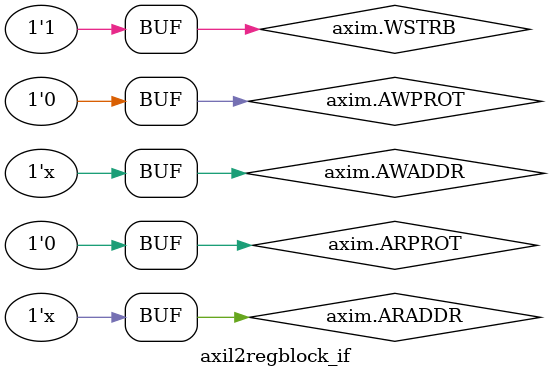
<source format=sv>
module axil2regblock_if
(
	axil_if.s            axis,
	axi4lite_intf.master axim
);

	assign axis.rresp = axim.RRESP;
	assign axis.rdata = axim.RDATA;
	assign axis.rvalid = axim.RVALID;

	assign axis.bresp = axim.BRESP;
	assign axis.bvalid = axim.BVALID;

	assign axis.wready = axim.WREADY;
	assign axis.arready = axim.ARREADY;
	assign axis.awready = axim.AWREADY;

    assign axim.AWVALID = axis.awvalid;
    assign axim.AWADDR = axis.awaddr[$bits(axim.AWADDR) - 1:0];
    assign axim.AWPROT = '0;

    assign axim.WVALID = axis.wvalid;
    assign axim.WDATA = axis.wdata;
    assign axim.WSTRB = '1;

    assign axim.BREADY = axis.bready;

    assign axim.ARVALID = axis.arvalid;
    assign axim.ARADDR = axis.araddr[$bits(axim.ARADDR) - 1:0];
    assign axim.ARPROT = '0;

    assign axim.RREADY = axis.rready;

endmodule

</source>
